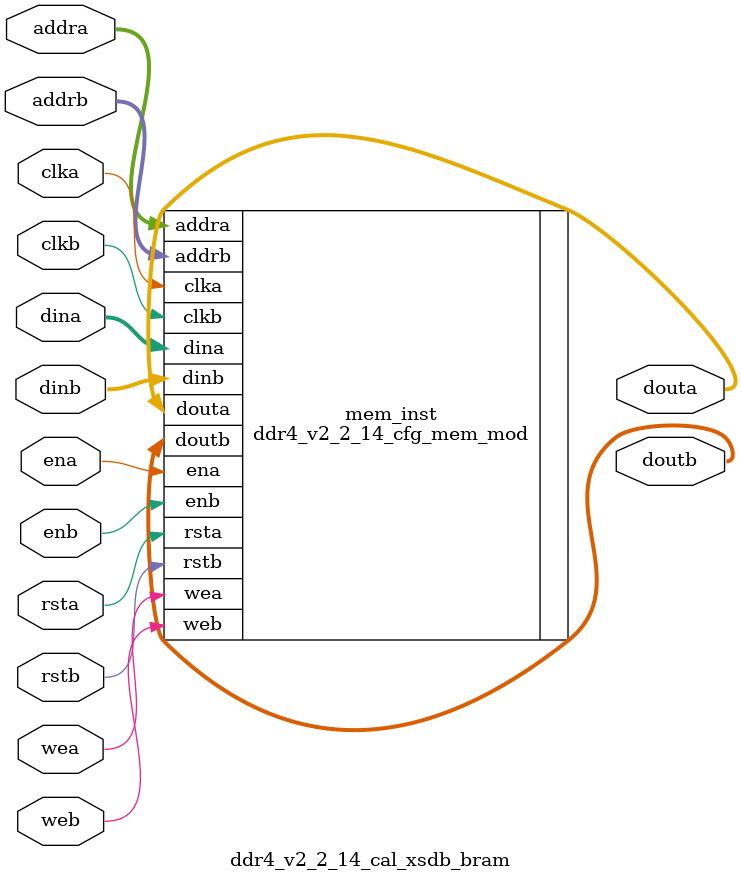
<source format=sv>
/******************************************************************************
// (c) Copyright 2013 - 2014 Xilinx, Inc. All rights reserved.
//
// This file contains confidential and proprietary information
// of Xilinx, Inc. and is protected under U.S. and
// international copyright and other intellectual property
// laws.
//
// DISCLAIMER
// This disclaimer is not a license and does not grant any
// rights to the materials distributed herewith. Except as
// otherwise provided in a valid license issued to you by
// Xilinx, and to the maximum extent permitted by applicable
// law: (1) THESE MATERIALS ARE MADE AVAILABLE "AS IS" AND
// WITH ALL FAULTS, AND XILINX HEREBY DISCLAIMS ALL WARRANTIES
// AND CONDITIONS, EXPRESS, IMPLIED, OR STATUTORY, INCLUDING
// BUT NOT LIMITED TO WARRANTIES OF MERCHANTABILITY, NON-
// INFRINGEMENT, OR FITNESS FOR ANY PARTICULAR PURPOSE; and
// (2) Xilinx shall not be liable (whether in contract or tort,
// including negligence, or under any other theory of
// liability) for any loss or damage of any kind or nature
// related to, arising under or in connection with these
// materials, including for any direct, or any indirect,
// special, incidental, or consequential loss or damage
// (including loss of data, profits, goodwill, or any type of
// loss or damage suffered as a result of any action brought
// by a third party) even if such damage or loss was
// reasonably foreseeable or Xilinx had been advised of the
// possibility of the same.
//
// CRITICAL APPLICATIONS
// Xilinx products are not designed or intended to be fail-
// safe, or for use in any application requiring fail-safe
// performance, such as life-support or safety devices or
// systems, Class III medical devices, nuclear facilities,
// applications related to the deployment of airbags, or any
// other applications that could lead to death, personal
// injury, or severe property or environmental damage
// (individually and collectively, "Critical
// Applications"). Customer assumes the sole risk and
// liability of any use of Xilinx products in Critical
// Applications, subject only to applicable laws and
// regulations governing limitations on product liability.
//
// THIS COPYRIGHT NOTICE AND DISCLAIMER MUST BE RETAINED AS
// PART OF THIS FILE AT ALL TIMES.
******************************************************************************/
//   ____  ____
//  /   /\/   /
// /___/  \  /    Vendor             : Xilinx
// \   \   \/     Version            : 2.0
//  \   \         Application        : MIG
//  /   /         Filename           : ddr4_v2_2_14_cal_xsdb_bram.sv
// /___/   /\     Date Last Modified : $Date: 2015/04/23 $
// \   \  /  \    Date Created       : Tue May 13 2014
//  \___\/\___\
//
// Device           : UltraScale
// Design Name      : DDR4 SDRAM & DDR3 SDRAM
// Purpose          :
//                   ddr4_v2_2_14_cal_xsdb_bram module
// Reference        :
// Revision History :
//*****************************************************************************
`timescale 1ns / 1ps

(* bram_map="yes" *)

module ddr4_v2_2_14_cal_xsdb_bram
    #(	
    
		parameter       	  MEM                        	  =  "DDR4"
		,parameter       	  DBYTES                     	  =  8 //4
		,parameter            START_ADDRESS                   =  18
		,parameter  		  SPREAD_SHEET_VERSION            =  2
		,parameter            RTL_VERSION                     =  0
		,parameter            MEM_CODE                        =  0
		,parameter  		  MEMORY_TYPE                     =  (MEM == "DDR4") ? 2 : 1
		,parameter            MEMORY_CONFIGURATION            =  1
		,parameter            MEMORY_VOLTAGE                  =  1
        ,parameter            CLKFBOUT_MULT_PLL               =  4
        ,parameter            DIVCLK_DIVIDE_PLL               =  1
        ,parameter            CLKOUT0_DIVIDE_PLL              =  1
        ,parameter            CLKFBOUT_MULT_MMCM              =  4
        ,parameter            DIVCLK_DIVIDE_MMCM              =  1
        ,parameter            CLKOUT0_DIVIDE_MMCM             =  4
		,parameter  		  DQBITS	                      =  64
		,parameter			  NIBBLE                          =  DQBITS/4
		,parameter  		  BITS_PER_BYTE                   =  8 //DQBITS/DBYTES
		,parameter  		  SLOTS                   =  1
		,parameter  		  ABITS                           =  10
		,parameter  		  BABITS                          =  2
		,parameter       	  BGBITS              	          =  2
		,parameter       	  CKEBITS                  		  =  4
		,parameter       	  CSBITS             	          =  4
		,parameter       	  ODTBITS                    	  =  4
		,parameter       	  DRAM_WIDTH                 	  =  8      // # of DQ per DQS
		,parameter       	  RANKS                      	  =  4 // 1      //1, 2, 3, or 4
		,parameter            S_HEIGHT                        =  1
		,parameter       	  nCK_PER_CLK                	  =  1      // # of memory CKs per fabric CLK
        ,parameter            tCK                             =  2000		
		,parameter       	  DM_DBI_SETTING             	  =  7     //// 3bits requried all 7
		,parameter            BISC_EN                         =  0
		,parameter       	  USE_CS_PORT             	      =  1     //// 1 bit
		,parameter            EXTRA_CMD_DELAY                 =  0     //// 1 bit
		,parameter            REG_CTRL_ON                     =  0     // RDIMM register control
		,parameter            CA_MIRROR                       =  0     //// 1 bit
		,parameter       	  DQS_GATE                   	  =  7
		,parameter       	  WRLVL                      	  =  7
		,parameter       	  RDLVL                      	  =  7
		,parameter       	  RDLVL_DBI                       =  7
		,parameter       	  WR_DQS_DQ                  	  =  7
		,parameter       	  WR_DQS_DM_DBI                   =  7
		,parameter            WRITE_LAT                       =  7
		,parameter       	  RDLVL_COMPLEX                   =  3     ///2 bits required all 3
		,parameter       	  WR_DQS_COMPLEX                  =  3     ///2 bits required all 3
		,parameter       	  DQS_TRACKING               	  =  3
		,parameter       	  RD_VREF                    	  =  3
		,parameter       	  RD_VREF_PATTERN                 =  3
		,parameter       	  WR_VREF                    	  =  3
		,parameter       	  WR_VREF_PATTERN                 =  3
		,parameter       	  DQS_SAMPLE_CNT             	  =  127
		,parameter       	  WRLVL_SAMPLE_CNT           	  =  255
		,parameter       	  RDLVL_SAMPLE_CNT           	  =  127
		,parameter       	  COMPLEX_LOOP_CNT           	  =  255
		,parameter       	  IODELAY_QTR_CK_TAP_CNT     	  =  255
		,parameter       	  DEBUG_MESSAGES     	          =  0
		,parameter         	  MR0                     		  =  13'b0000000110000
		,parameter         	  MR1                     		  =  13'b0000100000001 //RTT_NOM=RZQ/4 (60 Ohm)
		,parameter         	  MR2                     		  =  13'b0000000011000
		,parameter         	  MR3                     		  =  13'b0000000000000
		,parameter         	  MR4                     		  =  13'b0000000000000
		,parameter         	  MR5                     		  =  13'b0010000000000
		,parameter         	  MR6                     		  =  13'b0100000000000
		,parameter            ODTWR                           = 16'h0000
		,parameter            ODTRD                           = 16'h0000
		,parameter            SLOT0_CONFIG                    = 0     // all 9 bits
		,parameter            SLOT1_CONFIG                    = 0     // all 9 bits
		,parameter            SLOT0_FUNC_CS                   = 0     // all 9 bits
		,parameter            SLOT1_FUNC_CS                   = 0     // all 9 bits
		,parameter            SLOT0_ODD_CS                    = 0     // all 9 bits
		,parameter            SLOT1_ODD_CS                    = 0     // all 9 bits
		,parameter            DDR4_REG_RC03                   = 0     // all 9 bits
		,parameter            DDR4_REG_RC04                   = 0     // all 9 bits
		,parameter            DDR4_REG_RC05                   = 0     // all 9 bits
		,parameter            DDR4_REG_RC3X                   = 0     // all 9 bits
		
		,parameter         	  MR0_0                   		  =  MR0[8:0]
		,parameter         	  MR0_1                   		  =  {5'b0,MR0[12:9]}
		,parameter         	  MR1_0                   		  =  MR1[8:0]
		,parameter         	  MR1_1                   		  =  {5'b0,MR1[12:9]}
		,parameter         	  MR2_0                   	 	  =  MR2[8:0]
		,parameter         	  MR2_1                   		  =  {5'b0,MR2[12:9]}
		,parameter         	  MR3_0                   		  =  MR3[8:0]
		,parameter         	  MR3_1                   		  =  {5'b0,MR3[12:9]}
		,parameter         	  MR4_0                   		  =  MR4[8:0]
		,parameter         	  MR4_1                   		  =  {5'b0,MR4[12:9]}
		,parameter         	  MR5_0                   		  =  MR5[8:0]
		,parameter         	  MR5_1                   		  =  {5'b0,MR5[12:9]}
		,parameter         	  MR6_0                   		  =  MR6[8:0]
		,parameter         	  MR6_1                   		  =  {5'b0,MR6[12:9]}
  
       ,parameter NUM_BRAMS    = 1
	   ,parameter SIZE         = 36 * 1024 * NUM_BRAMS
    // Specify INITs as 9 bit blocks (256 locations per blockRAM)
       ,parameter ADDR_WIDTH   = 16
	   ,parameter DATA_WIDTH   = 9
       ,parameter PIPELINE_REG = 1 
    )
  (
	
		clka,
		clkb,
		ena,
		enb,
		addra,
		addrb,
		dina,
		dinb,
		douta,
		doutb,
		wea,
		web,
		rsta,
		rstb
);
input clka;
input clkb;
input ena;
input enb;
input [ADDR_WIDTH-1:0]addra;
input [ADDR_WIDTH-1:0]addrb;
input [DATA_WIDTH-1:0]dina;
input [DATA_WIDTH-1:0]dinb;
input wea;
input web;
input rsta;
input rstb;
output reg [DATA_WIDTH-1:0]douta;
output reg [DATA_WIDTH-1:0]doutb;


// Initial values to the BlockRam 0
localparam [8:0] mem0_init_0 = {4'b0,START_ADDRESS[4:0]};
localparam [8:0] mem0_init_1 = 9'b0;
localparam [8:0] mem0_init_2 = 9'b0;
localparam [8:0] mem0_init_3 = {5'b0,SPREAD_SHEET_VERSION[3:0]};
localparam [8:0] mem0_init_4 = {6'b0,MEMORY_TYPE[2:0]};
localparam [8:0] mem0_init_5 = RANKS;
localparam [8:0] mem0_init_6 = DBYTES[8:0]; // MAN - repeats DBYTES parameter (may hardwire to BYTES for initial SW compatability)
localparam [8:0] mem0_init_7 = NIBBLE[8:0];
localparam [8:0] mem0_init_8 = BITS_PER_BYTE[8:0];
localparam [8:0] mem0_init_9 = 9'b1;
localparam [8:0] mem0_init_10 = 9'b1;
localparam [8:0] mem0_init_11 = 9'b1;
localparam [8:0] mem0_init_12 = SLOTS;
localparam [8:0] mem0_init_13 = 9'b0;
localparam [8:0] mem0_init_14 = 9'b0;
localparam [8:0] mem0_init_15 = 9'b0;
localparam [8:0] mem0_init_16 = 9'b0;
localparam [8:0] mem0_init_17 = 9'b0;
localparam [8:0] mem0_init_18 = RTL_VERSION[8:0];
localparam [8:0] mem0_init_19 = 9'b0;
localparam [8:0] mem0_init_20 = NUM_BRAMS[8:0];
localparam [8:0] mem0_init_21 = {BGBITS[1:0],BABITS[1:0],ABITS[4:0]};
localparam [8:0] mem0_init_22 = {ODTBITS[2:0],CSBITS[2:0],CKEBITS[2:0]};
localparam [8:0] mem0_init_23 = DBYTES[8:0];
localparam [8:0] mem0_init_24 = DRAM_WIDTH[8:0];
localparam [8:0] mem0_init_25 = {CA_MIRROR[0],REG_CTRL_ON[0],EXTRA_CMD_DELAY[0],USE_CS_PORT[0],BISC_EN[0],DM_DBI_SETTING[2:0],nCK_PER_CLK[0]};
localparam [8:0] mem0_init_26 = {RDLVL[2:0],WRLVL[2:0],DQS_GATE[2:0]};
localparam [8:0] mem0_init_27 = {WR_DQS_DM_DBI[2:0],WR_DQS_DQ[2:0],RDLVL_DBI[2:0]};
localparam [8:0] mem0_init_28 = {WR_DQS_COMPLEX[2:0],RDLVL_COMPLEX[2:0],WRITE_LAT[2:0]};
localparam [8:0] mem0_init_29 = {DEBUG_MESSAGES[0],RD_VREF_PATTERN[1:0],WR_VREF_PATTERN[1:0],RD_VREF[1:0],WR_VREF[1:0]};
localparam [8:0] mem0_init_30 = {7'b0,DQS_TRACKING[1:0]};
localparam [8:0] mem0_init_31 = DQS_SAMPLE_CNT[8:0];
localparam [8:0] mem0_init_32 = WRLVL_SAMPLE_CNT[8:0];
localparam [8:0] mem0_init_33 = RDLVL_SAMPLE_CNT[8:0];
localparam [8:0] mem0_init_34 = COMPLEX_LOOP_CNT[8:0];
localparam [8:0] mem0_init_35 = IODELAY_QTR_CK_TAP_CNT[8:0];
localparam [8:0] mem0_init_36 = {5'b0,S_HEIGHT[3:0]};
localparam [8:0] mem0_init_37 = 9'b0;
localparam [8:0] mem0_init_38 = 9'b0;
localparam [8:0] mem0_init_39 = 9'b0;
localparam [8:0] mem0_init_40 = {1'b0, ODTWR[7:0]};
localparam [8:0] mem0_init_41 = {1'b0, ODTWR[15:8]};
localparam [8:0] mem0_init_42 = {1'b0, ODTRD[7:0]};
localparam [8:0] mem0_init_43 = {1'b0, ODTRD[15:8]};
localparam [8:0] mem0_init_44 = SLOT0_CONFIG;
localparam [8:0] mem0_init_45 = SLOT1_CONFIG;
localparam [8:0] mem0_init_46 = SLOT0_FUNC_CS;
localparam [8:0] mem0_init_47 = SLOT1_FUNC_CS;
localparam [8:0] mem0_init_48 = SLOT0_ODD_CS;
localparam [8:0] mem0_init_49 = SLOT1_ODD_CS;
localparam [8:0] mem0_init_50 = DDR4_REG_RC03;
localparam [8:0] mem0_init_51 = DDR4_REG_RC04;
localparam [8:0] mem0_init_52 = DDR4_REG_RC05;
localparam [8:0] mem0_init_53 = DDR4_REG_RC3X;
localparam [8:0] mem0_init_54 = MR0_0[8:0];
localparam [8:0] mem0_init_55 = MR0_1[8:0];
localparam [8:0] mem0_init_56 = MR1_0[8:0];
localparam [8:0] mem0_init_57 = MR1_1[8:0];
localparam [8:0] mem0_init_58 = MR2_0[8:0];
localparam [8:0] mem0_init_59 = MR2_1[8:0];
localparam [8:0] mem0_init_60 = MR3_0[8:0];
localparam [8:0] mem0_init_61 = MR3_1[8:0];
localparam [8:0] mem0_init_62 = MR4_0[8:0];
localparam [8:0] mem0_init_63 = MR4_1[8:0];
localparam [8:0] mem0_init_64 = MR5_0[8:0];
localparam [8:0] mem0_init_65 = MR5_1[8:0];
localparam [8:0] mem0_init_66 = MR6_0[8:0];
localparam [8:0] mem0_init_67 = MR6_1[8:0];
localparam [8:0] mem0_init_68 = 9'b0;
localparam [8:0] mem0_init_69 = tCK[8:0];
localparam [8:0] mem0_init_70 = tCK[16:9];
localparam [8:0] mem0_init_71 = MEMORY_CONFIGURATION[8:0];
localparam [8:0] mem0_init_72 = MEMORY_VOLTAGE[8:0];
localparam [8:0] mem0_init_73 = CLKFBOUT_MULT_PLL[8:0];
localparam [8:0] mem0_init_74 = DIVCLK_DIVIDE_PLL[8:0];
localparam [8:0] mem0_init_75 = CLKFBOUT_MULT_MMCM[8:0];
localparam [8:0] mem0_init_76 = DIVCLK_DIVIDE_MMCM[8:0];
localparam [8:0] mem0_init_77 = 9'b0;
localparam [8:0] mem0_init_78 = 9'b0;
localparam [8:0] mem0_init_79 = 9'b0;
localparam [8:0] mem0_init_80 = 9'b0;
localparam [8:0] mem0_init_81 = 9'b0;
localparam [8:0] mem0_init_82 = 9'b0;
localparam [8:0] mem0_init_83 = 9'b0;
localparam [8:0] mem0_init_84 = 9'b0;
localparam [8:0] mem0_init_85 = 9'b0;
localparam [8:0] mem0_init_86 = 9'b0;
localparam [8:0] mem0_init_87 = 9'b0;
localparam [8:0] mem0_init_88 = 9'b0;
localparam [8:0] mem0_init_89 = 9'b0;
localparam [8:0] mem0_init_90 = 9'b0;
localparam [8:0] mem0_init_91 = 9'b0;
localparam [8:0] mem0_init_92 = 9'b0;
localparam [8:0] mem0_init_93 = 9'b0;
localparam [8:0] mem0_init_94 = 9'b0;
localparam [8:0] mem0_init_95 = 9'b0;
localparam [8:0] mem0_init_96 = 9'b0;
localparam [8:0] mem0_init_97 = 9'b0;
localparam [8:0] mem0_init_98 = 9'b0;
localparam [8:0] mem0_init_99 = 9'b0;
localparam [8:0] mem0_init_100 = 9'b0;
localparam [8:0] mem0_init_101 = 9'b0;
localparam [8:0] mem0_init_102 = 9'b0;
localparam [8:0] mem0_init_103 = 9'b0;
localparam [8:0] mem0_init_104 = 9'b0;
localparam [8:0] mem0_init_105 = 9'b0;
localparam [8:0] mem0_init_106 = 9'b0;
localparam [8:0] mem0_init_107 = 9'b0;
localparam [8:0] mem0_init_108 = 9'b0;
localparam [8:0] mem0_init_109 = 9'b0;
localparam [8:0] mem0_init_110 = 9'b0;
localparam [8:0] mem0_init_111 = 9'b0;
localparam [8:0] mem0_init_112 = 9'b0;
localparam [8:0] mem0_init_113 = 9'b0;
localparam [8:0] mem0_init_114 = 9'b0;
localparam [8:0] mem0_init_115 = 9'b0;
localparam [8:0] mem0_init_116 = 9'b0;
localparam [8:0] mem0_init_117 = 9'b0;
localparam [8:0] mem0_init_118 = 9'b0;
localparam [8:0] mem0_init_119 = 9'b0;
localparam [8:0] mem0_init_120 = 9'b0;
localparam [8:0] mem0_init_121 = 9'b0;
localparam [8:0] mem0_init_122 = 9'b0;
localparam [8:0] mem0_init_123 = 9'b0;
localparam [8:0] mem0_init_124 = 9'b0;
localparam [8:0] mem0_init_125 = 9'b0;
localparam [8:0] mem0_init_126 = 9'b0;
localparam [8:0] mem0_init_127 = 9'b0;
localparam [8:0] mem0_init_128 = 9'b0;
localparam [8:0] mem0_init_129 = 9'b0;
localparam [8:0] mem0_init_130 = 9'b0;
localparam [8:0] mem0_init_131 = 9'b0;
localparam [8:0] mem0_init_132 = 9'b0;
localparam [8:0] mem0_init_133 = 9'b0;
localparam [8:0] mem0_init_134 = 9'b0;
localparam [8:0] mem0_init_135 = 9'b0;
localparam [8:0] mem0_init_136 = 9'b0;
localparam [8:0] mem0_init_137 = 9'b0;
localparam [8:0] mem0_init_138 = 9'b0;
localparam [8:0] mem0_init_139 = 9'b0;
localparam [8:0] mem0_init_140 = 9'b0;
localparam [8:0] mem0_init_141 = 9'b0;
localparam [8:0] mem0_init_142 = 9'b0;
localparam [8:0] mem0_init_143 = 9'b0;
localparam [8:0] mem0_init_144 = 9'b0;
localparam [8:0] mem0_init_145 = 9'b0;
localparam [8:0] mem0_init_146 = 9'b0;
localparam [8:0] mem0_init_147 = 9'b0;
localparam [8:0] mem0_init_148 = 9'b0;
localparam [8:0] mem0_init_149 = 9'b0;
localparam [8:0] mem0_init_150 = 9'b0;
localparam [8:0] mem0_init_151 = 9'b0;
localparam [8:0] mem0_init_152 = 9'b0;
localparam [8:0] mem0_init_153 = 9'b0;
localparam [8:0] mem0_init_154 = 9'b0;
localparam [8:0] mem0_init_155 = 9'b0;
localparam [8:0] mem0_init_156 = 9'b0;
localparam [8:0] mem0_init_157 = 9'b0;
localparam [8:0] mem0_init_158 = 9'b0;
localparam [8:0] mem0_init_159 = 9'b0;
localparam [8:0] mem0_init_160 = 9'b0;
localparam [8:0] mem0_init_161 = 9'b0;
localparam [8:0] mem0_init_162 = 9'b0;
localparam [8:0] mem0_init_163 = 9'b0;
localparam [8:0] mem0_init_164 = 9'b0;
localparam [8:0] mem0_init_165 = 9'b0;
localparam [8:0] mem0_init_166 = 9'b0;
localparam [8:0] mem0_init_167 = 9'b0;
localparam [8:0] mem0_init_168 = 9'b0;
localparam [8:0] mem0_init_169 = 9'b0;
localparam [8:0] mem0_init_170 = 9'b0;
localparam [8:0] mem0_init_171 = 9'b0;
localparam [8:0] mem0_init_172 = 9'b0;
localparam [8:0] mem0_init_173 = 9'b0;
localparam [8:0] mem0_init_174 = 9'b0;
localparam [8:0] mem0_init_175 = 9'b0;
localparam [8:0] mem0_init_176 = 9'b0;
localparam [8:0] mem0_init_177 = 9'b0;
localparam [8:0] mem0_init_178 = 9'b0;
localparam [8:0] mem0_init_179 = 9'b0;
localparam [8:0] mem0_init_180 = 9'b0;
localparam [8:0] mem0_init_181 = 9'b0;
localparam [8:0] mem0_init_182 = 9'b0;
localparam [8:0] mem0_init_183 = 9'b0;
localparam [8:0] mem0_init_184 = 9'b0;
localparam [8:0] mem0_init_185 = 9'b0;
localparam [8:0] mem0_init_186 = 9'b0;
localparam [8:0] mem0_init_187 = 9'b0;
localparam [8:0] mem0_init_188 = 9'b0;
localparam [8:0] mem0_init_189 = 9'b0;
localparam [8:0] mem0_init_190 = 9'b0;
localparam [8:0] mem0_init_191 = 9'b0;
localparam [8:0] mem0_init_192 = 9'b0;
localparam [8:0] mem0_init_193 = 9'b0;
localparam [8:0] mem0_init_194 = 9'b0;
localparam [8:0] mem0_init_195 = 9'b0;
localparam [8:0] mem0_init_196 = 9'b0;
localparam [8:0] mem0_init_197 = 9'b0;
localparam [8:0] mem0_init_198 = 9'b0;
localparam [8:0] mem0_init_199 = 9'b0;
localparam [8:0] mem0_init_200 = 9'b0;
localparam [8:0] mem0_init_201 = 9'b0;
localparam [8:0] mem0_init_202 = 9'b0;
localparam [8:0] mem0_init_203 = 9'b0;
localparam [8:0] mem0_init_204 = 9'b0;
localparam [8:0] mem0_init_205 = 9'b0;
localparam [8:0] mem0_init_206 = 9'b0;
localparam [8:0] mem0_init_207 = 9'b0;
localparam [8:0] mem0_init_208 = 9'b0;
localparam [8:0] mem0_init_209 = 9'b0;
localparam [8:0] mem0_init_210 = 9'b0;
localparam [8:0] mem0_init_211 = 9'b0;
localparam [8:0] mem0_init_212 = 9'b0;
localparam [8:0] mem0_init_213 = 9'b0;
localparam [8:0] mem0_init_214 = 9'b0;
localparam [8:0] mem0_init_215 = 9'b0;
localparam [8:0] mem0_init_216 = 9'b0;
localparam [8:0] mem0_init_217 = 9'b0;
localparam [8:0] mem0_init_218 = 9'b0;
localparam [8:0] mem0_init_219 = 9'b0;
localparam [8:0] mem0_init_220 = 9'b0;
localparam [8:0] mem0_init_221 = 9'b0;
localparam [8:0] mem0_init_222 = 9'b0;
localparam [8:0] mem0_init_223 = 9'b0;
localparam [8:0] mem0_init_224 = 9'b0;
localparam [8:0] mem0_init_225 = 9'b0;
localparam [8:0] mem0_init_226 = 9'b0;
localparam [8:0] mem0_init_227 = 9'b0;
localparam [8:0] mem0_init_228 = 9'b0;
localparam [8:0] mem0_init_229 = 9'b0;
localparam [8:0] mem0_init_230 = 9'b0;
localparam [8:0] mem0_init_231 = 9'b0;
localparam [8:0] mem0_init_232 = 9'b0;
localparam [8:0] mem0_init_233 = 9'b0;
localparam [8:0] mem0_init_234 = 9'b0;
localparam [8:0] mem0_init_235 = 9'b0;
localparam [8:0] mem0_init_236 = 9'b0;
localparam [8:0] mem0_init_237 = 9'b0;
localparam [8:0] mem0_init_238 = 9'b0;
localparam [8:0] mem0_init_239 = 9'b0;
localparam [8:0] mem0_init_240 = 9'b0;
localparam [8:0] mem0_init_241 = 9'b0;
localparam [8:0] mem0_init_242 = 9'b0;
localparam [8:0] mem0_init_243 = 9'b0;
localparam [8:0] mem0_init_244 = 9'b0;
localparam [8:0] mem0_init_245 = 9'b0;
localparam [8:0] mem0_init_246 = 9'b0;
localparam [8:0] mem0_init_247 = 9'b0;
localparam [8:0] mem0_init_248 = 9'b0;
localparam [8:0] mem0_init_249 = 9'b0;
localparam [8:0] mem0_init_250 = 9'b0;
localparam [8:0] mem0_init_251 = 9'b0;
localparam [8:0] mem0_init_252 = 9'b0;
localparam [8:0] mem0_init_253 = 9'b0;
localparam [8:0] mem0_init_254 = 9'b0;
localparam [8:0] mem0_init_255 = 9'b0;

localparam [256*9-1:0] INIT_BRAM0 = {mem0_init_255,mem0_init_254,mem0_init_253,mem0_init_252,mem0_init_251,mem0_init_250,mem0_init_249,mem0_init_248,mem0_init_247,mem0_init_246,mem0_init_245,mem0_init_244,mem0_init_243,mem0_init_242,mem0_init_241,mem0_init_240,mem0_init_239,mem0_init_238,mem0_init_237,mem0_init_236,mem0_init_235,mem0_init_234,mem0_init_233,mem0_init_232,mem0_init_231,mem0_init_230,mem0_init_229,mem0_init_228,mem0_init_227,mem0_init_226,mem0_init_225,mem0_init_224,mem0_init_223,mem0_init_222,mem0_init_221,mem0_init_220,mem0_init_219,mem0_init_218,mem0_init_217,mem0_init_216,mem0_init_215,mem0_init_214,mem0_init_213,mem0_init_212,mem0_init_211,mem0_init_210,mem0_init_209,mem0_init_208,mem0_init_207,mem0_init_206,mem0_init_205,mem0_init_204,mem0_init_203,mem0_init_202,mem0_init_201,mem0_init_200,mem0_init_199,mem0_init_198,mem0_init_197,mem0_init_196,mem0_init_195,mem0_init_194,mem0_init_193,mem0_init_192,mem0_init_191,mem0_init_190,mem0_init_189,mem0_init_188,mem0_init_187,mem0_init_186,mem0_init_185,mem0_init_184,mem0_init_183,mem0_init_182,mem0_init_181,mem0_init_180,mem0_init_179,mem0_init_178,mem0_init_177,mem0_init_176,mem0_init_175,mem0_init_174,mem0_init_173,mem0_init_172,mem0_init_171,mem0_init_170,mem0_init_169,mem0_init_168,mem0_init_167,mem0_init_166,mem0_init_165,mem0_init_164,mem0_init_163,mem0_init_162,mem0_init_161,mem0_init_160,mem0_init_159,mem0_init_158,mem0_init_157,mem0_init_156,mem0_init_155,mem0_init_154,mem0_init_153,mem0_init_152,mem0_init_151,mem0_init_150,mem0_init_149,mem0_init_148,mem0_init_147,mem0_init_146,mem0_init_145,mem0_init_144,mem0_init_143,mem0_init_142,mem0_init_141,mem0_init_140,mem0_init_139,mem0_init_138,mem0_init_137,mem0_init_136,mem0_init_135,mem0_init_134,mem0_init_133,mem0_init_132,mem0_init_131,mem0_init_130,mem0_init_129,mem0_init_128,mem0_init_127,mem0_init_126,mem0_init_125,mem0_init_124,mem0_init_123,mem0_init_122,mem0_init_121,mem0_init_120,mem0_init_119,mem0_init_118,mem0_init_117,mem0_init_116,mem0_init_115,mem0_init_114,mem0_init_113,mem0_init_112,mem0_init_111,mem0_init_110,mem0_init_109,mem0_init_108,mem0_init_107,mem0_init_106,mem0_init_105,mem0_init_104,mem0_init_103,mem0_init_102,mem0_init_101,mem0_init_100,mem0_init_99,mem0_init_98,mem0_init_97,mem0_init_96,mem0_init_95,mem0_init_94,mem0_init_93,mem0_init_92,mem0_init_91,mem0_init_90,mem0_init_89,mem0_init_88,mem0_init_87,mem0_init_86,mem0_init_85,mem0_init_84,mem0_init_83,mem0_init_82,mem0_init_81,mem0_init_80,mem0_init_79,mem0_init_78,mem0_init_77,mem0_init_76,mem0_init_75,mem0_init_74,mem0_init_73,mem0_init_72,mem0_init_71,mem0_init_70,mem0_init_69,mem0_init_68,mem0_init_67,mem0_init_66,mem0_init_65,mem0_init_64,mem0_init_63,mem0_init_62,mem0_init_61,mem0_init_60,mem0_init_59,mem0_init_58,mem0_init_57,mem0_init_56,mem0_init_55,mem0_init_54,mem0_init_53,mem0_init_52,mem0_init_51,mem0_init_50,mem0_init_49,mem0_init_48,mem0_init_47,mem0_init_46,mem0_init_45,mem0_init_44,mem0_init_43,mem0_init_42,mem0_init_41,mem0_init_40,mem0_init_39,mem0_init_38,mem0_init_37,mem0_init_36,mem0_init_35,mem0_init_34,mem0_init_33,mem0_init_32,mem0_init_31,mem0_init_30,mem0_init_29,mem0_init_28,mem0_init_27,mem0_init_26,mem0_init_25,mem0_init_24,mem0_init_23,mem0_init_22,mem0_init_21,mem0_init_20,mem0_init_19,mem0_init_18,mem0_init_17,mem0_init_16,mem0_init_15,mem0_init_14,mem0_init_13,mem0_init_12,mem0_init_11,mem0_init_10,mem0_init_9,mem0_init_8,mem0_init_7,mem0_init_6,mem0_init_5,mem0_init_4,mem0_init_3,mem0_init_2,mem0_init_1,mem0_init_0};

// Populate INIT's for rest of BlockRAMs if required
localparam [256*9*NUM_BRAMS-1:0] INIT = ( NUM_BRAMS == 1 ) ? INIT_BRAM0 : ( NUM_BRAMS == 2 ) ? {2304'b0 ,INIT_BRAM0} : {{2{2304'b0}} ,INIT_BRAM0};

ddr4_v2_2_14_cfg_mem_mod # (
               .SIZE(SIZE),
               .INIT(INIT),
               .ADDR_WIDTH(ADDR_WIDTH),
               .DATA_WIDTH(9),
               .PIPELINE_REG(PIPELINE_REG)
              )
     mem_inst (
                .clka(clka),
                .clkb(clkb),
                .ena(ena),
                .enb(enb),
                .addra(addra),
                .addrb(addrb),
                .dina(dina),
                .dinb(dinb),
                .wea(wea),
                .web(web),
                .rsta(rsta),
                .rstb(rstb),
                .douta(douta),
                .doutb(doutb)
               );

endmodule


</source>
